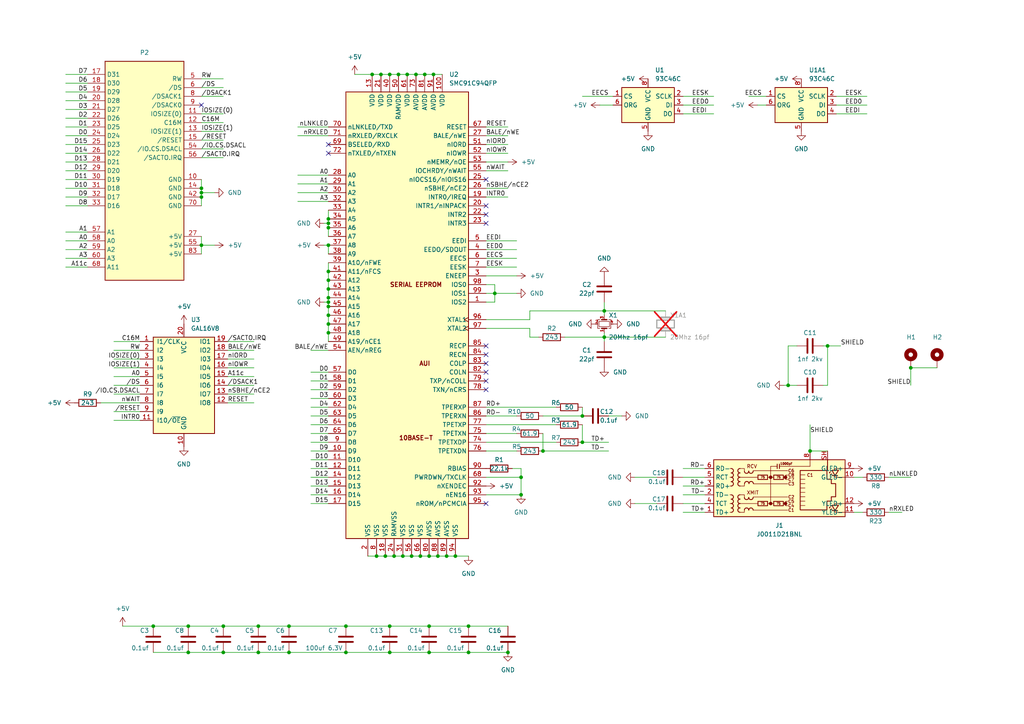
<source format=kicad_sch>
(kicad_sch (version 20231120) (generator "eeschema") (generator_version "8.0")
  (paper "A4")
  (lib_symbols
    (symbol "Device:C" (pin_numbers hide) (pin_names (offset 0.254))
      (property "Reference" "C" (at 0.635 2.54 0))
      (property "Value" "C" (at 0.635 -2.54 0))
      (symbol "C_1_1"
        (pin passive line (at 0 3.81 270) (length 2.794) (name "~") (number "1"))
        (pin passive line (at 0 -3.81 90) (length 2.794) (name "~") (number "2"))
      )
    )
    (symbol "Device:Crystal" (pin_numbers hide) (pin_names (offset 1.016) hide)
      (property "Reference" "Y" (at 0 3.81 0))
      (property "Value" "Crystal" (at 0 -3.81 0))
      (symbol "Crystal_1_1"
        (pin passive line (at -3.81 0 0) (length 1.27) (name "1") (number "1"))
        (pin passive line (at 3.81 0 180) (length 1.27) (name "2") (number "2"))
      )
    )
    (symbol "Device:Crystal_GND24_Small" (pin_names (offset 1.016) hide)
      (property "Reference" "Y" (at 1.27 4.445 0))
      (property "Value" "Crystal_GND24_Small" (at 1.27 2.54 0))
      (symbol "Crystal_GND24_Small_1_1"
        (pin passive line (at -2.54 0 0) (length 1.27) (name "1") (number "1"))
        (pin passive line (at 0 -2.54 90) (length 0.635) (name "2") (number "2"))
        (pin passive line (at 2.54 0 180) (length 1.27) (name "3") (number "3"))
        (pin passive line (at 0 2.54 270) (length 0.635) (name "4") (number "4"))
      )
    )
    (symbol "Device:R" (pin_numbers hide) (pin_names (offset 0))
      (property "Reference" "R" (at 2.032 0 90))
      (property "Value" "R" (at 0 0 90))
      (symbol "R_1_1"
        (pin passive line (at 0 3.81 270) (length 1.27) (name "~") (number "1"))
        (pin passive line (at 0 -3.81 90) (length 1.27) (name "~") (number "2"))
      )
    )
    (symbol "Logic_Programmable:GAL16V8" (pin_names (offset 1.016))
      (property "Reference" "U" (at -8.89 16.51 0))
      (property "Value" "GAL16V8" (at 1.27 16.51 0))
      (symbol "GAL16V8_0_0"
        (pin power_in line (at 0 -17.78 90) (length 3.81) (name "GND") (number "10"))
        (pin power_in line (at 0 17.78 270) (length 3.81) (name "VCC") (number "20"))
      )
      (symbol "GAL16V8_1_1"
        (pin input line (at -12.7 12.7 0) (length 3.81) (name "I1/CLK") (number "1"))
        (pin input line (at -12.7 -10.16 0) (length 3.81) (name "I10/~{OE}") (number "11"))
        (pin tri_state line (at 12.7 -5.08 180) (length 3.81) (name "IO8") (number "12"))
        (pin tri_state line (at 12.7 -2.54 180) (length 3.81) (name "IO7") (number "13"))
        (pin tri_state line (at 12.7 0 180) (length 3.81) (name "IO6") (number "14"))
        (pin tri_state line (at 12.7 2.54 180) (length 3.81) (name "IO5") (number "15"))
        (pin tri_state line (at 12.7 5.08 180) (length 3.81) (name "IO4") (number "16"))
        (pin tri_state line (at 12.7 7.62 180) (length 3.81) (name "I03") (number "17"))
        (pin tri_state line (at 12.7 10.16 180) (length 3.81) (name "IO2") (number "18"))
        (pin tri_state line (at 12.7 12.7 180) (length 3.81) (name "IO1") (number "19"))
        (pin input line (at -12.7 10.16 0) (length 3.81) (name "I2") (number "2"))
        (pin input line (at -12.7 7.62 0) (length 3.81) (name "I3") (number "3"))
        (pin input line (at -12.7 5.08 0) (length 3.81) (name "I4") (number "4"))
        (pin input line (at -12.7 2.54 0) (length 3.81) (name "I5") (number "5"))
        (pin input line (at -12.7 0 0) (length 3.81) (name "I6") (number "6"))
        (pin input line (at -12.7 -2.54 0) (length 3.81) (name "I7") (number "7"))
        (pin input line (at -12.7 -5.08 0) (length 3.81) (name "I8") (number "8"))
        (pin input line (at -12.7 -7.62 0) (length 3.81) (name "I9") (number "9"))
      )
    )
    (symbol "Mechanical:MountingHole_Pad" (pin_numbers hide) (pin_names (offset 1.016) hide)
      (property "Reference" "H" (at 0 6.35 0))
      (property "Value" "MountingHole_Pad" (at 0 4.445 0))
      (symbol "MountingHole_Pad_1_1"
        (pin input line (at 0 -2.54 90) (length 2.54) (name "1") (number "1"))
      )
    )
    (symbol "Memory_EEPROM:93CxxC"
      (property "Reference" "U" (at -7.62 6.35 0))
      (property "Value" "93CxxC" (at 2.54 -6.35 0))
      (symbol "93CxxC_1_1"
        (pin input line (at -10.16 2.54 0) (length 2.54) (name "CS") (number "1"))
        (pin input line (at 10.16 2.54 180) (length 2.54) (name "SCLK") (number "2"))
        (pin input line (at 10.16 0 180) (length 2.54) (name "DI") (number "3"))
        (pin tri_state line (at 10.16 -2.54 180) (length 2.54) (name "DO") (number "4"))
        (pin power_in line (at 0 -7.62 90) (length 2.54) (name "GND") (number "5"))
        (pin input line (at -10.16 0 0) (length 2.54) (name "ORG") (number "6"))
        (pin no_connect line (at -7.62 -2.54 0) (length 2.54) hide (name "NC") (number "7"))
        (pin power_in line (at 0 7.62 270) (length 2.54) (name "VCC") (number "8"))
      )
    )
    (symbol "alxlab:Farallon_EtherMac_LC_Comm_Card_BUS_Apple_Macintosh_Comm_Slot_I"
      (symbol "Farallon_EtherMac_LC_Comm_Card_BUS_Apple_Macintosh_Comm_Slot_I_1_1"
        (pin power_out line (at 16.51 -2.54 180) (length 5.08) (name "GND") (number "10"))
        (pin bidirectional line (at 16.51 16.51 180) (length 5.08) (name "IOSIZE(0)") (number "11"))
        (pin bidirectional line (at 16.51 13.97 180) (length 5.08) (name "C16M") (number "12"))
        (pin bidirectional line (at 16.51 11.43 180) (length 5.08) (name "IOSIZE(1)") (number "13"))
        (pin power_out line (at 16.51 -5.08 180) (length 5.08) (name "GND") (number "14"))
        (pin bidirectional line (at 16.51 8.89 180) (length 5.08) (name "/RESET") (number "15"))
        (pin bidirectional line (at -16.51 27.94 0) (length 5.08) (name "D31") (number "17"))
        (pin bidirectional line (at -16.51 25.4 0) (length 5.08) (name "D30") (number "18"))
        (pin bidirectional line (at -16.51 22.86 0) (length 5.08) (name "D29") (number "19"))
        (pin bidirectional line (at -16.51 20.32 0) (length 5.08) (name "D28") (number "20"))
        (pin bidirectional line (at -16.51 17.78 0) (length 5.08) (name "D27") (number "21"))
        (pin bidirectional line (at -16.51 15.24 0) (length 5.08) (name "D26") (number "22"))
        (pin bidirectional line (at -16.51 12.7 0) (length 5.08) (name "D25") (number "23"))
        (pin bidirectional line (at -16.51 10.16 0) (length 5.08) (name "D24") (number "24"))
        (pin bidirectional line (at -16.51 7.62 0) (length 5.08) (name "D23") (number "25"))
        (pin bidirectional line (at -16.51 5.08 0) (length 5.08) (name "D22") (number "26"))
        (pin power_in line (at 16.51 -19.05 180) (length 5.08) (name "+5V") (number "27"))
        (pin bidirectional line (at -16.51 2.54 0) (length 5.08) (name "D21") (number "28"))
        (pin bidirectional line (at -16.51 0 0) (length 5.08) (name "D20") (number "29"))
        (pin bidirectional line (at -16.51 -2.54 0) (length 5.08) (name "D19") (number "30"))
        (pin bidirectional line (at -16.51 -5.08 0) (length 5.08) (name "D18") (number "31"))
        (pin bidirectional line (at -16.51 -7.62 0) (length 5.08) (name "D17") (number "32"))
        (pin bidirectional line (at -16.51 -10.16 0) (length 5.08) (name "D16") (number "33"))
        (pin power_out line (at 16.51 -7.62 180) (length 5.08) (name "GND") (number "42"))
        (pin bidirectional line (at 16.51 26.67 180) (length 5.08) (name "RW") (number "5"))
        (pin bidirectional line (at 16.51 6.35 180) (length 5.08) (name "/IO.CS.DSACL") (number "54"))
        (pin power_out line (at 16.51 -21.59 180) (length 5.08) (name "+5V") (number "55"))
        (pin bidirectional line (at 16.51 3.81 180) (length 5.08) (name "/SACTO.IRQ") (number "56"))
        (pin bidirectional line (at -16.51 -17.78 0) (length 5.08) (name "A1") (number "57"))
        (pin bidirectional line (at -16.51 -20.32 0) (length 5.08) (name "A0") (number "58"))
        (pin bidirectional line (at -16.51 -22.86 0) (length 5.08) (name "A2") (number "59"))
        (pin bidirectional line (at 16.51 24.13 180) (length 5.08) (name "/DS") (number "6"))
        (pin bidirectional line (at -16.51 -25.4 0) (length 5.08) (name "A3") (number "60"))
        (pin bidirectional line (at -16.51 -27.94 0) (length 5.08) (name "A11") (number "68"))
        (pin power_out line (at 16.51 -10.16 180) (length 5.08) (name "GND") (number "70"))
        (pin bidirectional line (at 16.51 21.59 180) (length 5.08) (name "/DSACK1") (number "8"))
        (pin power_out line (at 16.51 -24.13 180) (length 5.08) (name "+5V") (number "83"))
        (pin bidirectional line (at 16.51 19.05 180) (length 5.08) (name "/DSACK0") (number "9"))
      )
    )
    (symbol "alxlab:RJ45_Pulse_J0011D21xNL"
      (property "Reference" "J" (at 17.145 8.89 0))
      (property "Value" "RJ45_Pulse_J0011D21xNL" (at -20.32 8.89 0))
      (symbol "RJ45_Pulse_J0011D21xNL_0_0"
        (text "C1" (at 3.429 5.715 0) (effects (font (size 0.889 0.889))))
        (text "C1" (at 8.89 -4.445 0) (effects (font (size 0.889 0.889))))
        (text "C2" (at 3.429 1.905 0) (effects (font (size 0.889 0.889))))
        (text "C3" (at 3.429 -1.905 0) (effects (font (size 0.889 0.889))))
        (text "C4" (at 3.429 4.445 0) (effects (font (size 0.889 0.889))))
        (text "C5" (at 3.429 3.175 0) (effects (font (size 0.889 0.889))))
        (text "C6" (at 3.429 -5.715 0) (effects (font (size 0.889 0.889))))
        (text "C7" (at 3.429 -3.175 0) (effects (font (size 0.889 0.889))))
        (text "C8" (at 3.429 -4.445 0) (effects (font (size 0.889 0.889))))
        (text "RCV" (at -9.525 -6.985 0) (effects (font (size 1.016 1.016)) (justify left)))
        (text "XMIT" (at -9.525 0.635 0) (effects (font (size 1.016 1.016)) (justify left)))
      )
      (symbol "RJ45_Pulse_J0011D21xNL_1_0"
        (text "1000pF" (at 2.032 -7.747 0) (effects (font (size 0.635 0.635))))
      )
      (symbol "RJ45_Pulse_J0011D21xNL_1_1"
        (text "75" (at -4.826 -3.81 0) (effects (font (size 0.635 0.635))))
        (text "75" (at -4.826 3.81 0) (effects (font (size 0.635 0.635))))
        (text "75" (at -0.254 -3.81 0) (effects (font (size 0.635 0.635))))
        (text "75" (at -0.254 3.81 0) (effects (font (size 0.635 0.635))))
        (pin passive line (at -21.59 6.35 0) (length 2.54) (name "TD+") (number "1"))
        (pin passive line (at 21.59 -3.81 180) (length 2.54) (name "GLED-") (number "10"))
        (pin passive line (at 21.59 6.35 180) (length 2.54) (name "YLED-") (number "11"))
        (pin passive line (at 21.59 3.81 180) (length 2.54) (name "YLED+") (number "12"))
        (pin passive line (at -21.59 1.27 0) (length 2.54) (name "TD-") (number "2"))
        (pin passive line (at -21.59 -1.27 0) (length 2.54) (name "RD+") (number "3"))
        (pin passive line (at -21.59 3.81 0) (length 2.54) (name "TCT") (number "4"))
        (pin passive line (at -21.59 -3.81 0) (length 2.54) (name "RCT") (number "5"))
        (pin passive line (at -21.59 -6.35 0) (length 2.54) (name "RD-") (number "6"))
        (pin no_connect line (at 19.05 -1.27 0) (length 0) hide (name "NC") (number "7"))
        (pin power_in line (at 8.89 -11.43 90) (length 2.54) (name "") (number "8"))
        (pin passive line (at 21.59 -6.35 180) (length 2.54) (name "GLED+") (number "9"))
        (pin passive line (at 13.97 -11.43 90) (length 2.54) (name "") (number "SH"))
      )
    )
    (symbol "alxlab:SMC91C94QFP"
      (property "Reference" "U" (at -17.78 64.77 0))
      (property "Value" "SMC91C94QFP" (at 12.7 64.77 0))
      (symbol "SMC91C94QFP_0_0"
        (text "10BASE-T" (at 2.54 -36.83 0) (effects (font (size 1.27 1.27) (bold yes))))
        (text "AUI" (at 5.08 -15.24 0) (effects (font (size 1.27 1.27) (bold yes))))
        (text "SERIAL EEPROM" (at 2.54 7.62 0) (effects (font (size 1.27 1.27) (bold yes))))
      )
      (symbol "SMC91C94QFP_1_1"
        (pin input line (at 22.86 2.54 180) (length 5.08) (name "IOS2") (number "1"))
        (pin bidirectional line (at -22.86 -40.64 0) (length 5.08) (name "D9") (number "10"))
        (pin power_in line (at 10.16 68.58 270) (length 5.08) (name "VDD") (number "100"))
        (pin bidirectional line (at -22.86 -43.18 0) (length 5.08) (name "D10") (number "11"))
        (pin bidirectional line (at -22.86 -45.72 0) (length 5.08) (name "D11") (number "12"))
        (pin power_in line (at -10.16 68.58 270) (length 5.08) (name "VDD") (number "13"))
        (pin bidirectional line (at -22.86 -48.26 0) (length 5.08) (name "D12") (number "14"))
        (pin bidirectional line (at -22.86 -50.8 0) (length 5.08) (name "D13") (number "15"))
        (pin bidirectional line (at -22.86 -53.34 0) (length 5.08) (name "D14") (number "16"))
        (pin bidirectional line (at -22.86 -55.88 0) (length 5.08) (name "D15") (number "17"))
        (pin power_in line (at -6.35 -71.12 90) (length 5.08) (name "VSS") (number "18"))
        (pin output line (at 22.86 33.02 180) (length 5.08) (name "INTR0/IREQ") (number "19"))
        (pin power_in line (at -11.43 -71.12 90) (length 5.08) (name "VSS") (number "2"))
        (pin output line (at 22.86 30.48 180) (length 5.08) (name "INTR1/nINPACK") (number "20"))
        (pin power_in line (at -7.62 68.58 270) (length 5.08) (name "VDD") (number "21"))
        (pin output line (at 22.86 27.94 180) (length 5.08) (name "INTR2") (number "22"))
        (pin output line (at 22.86 25.4 180) (length 5.08) (name "INTR3") (number "23"))
        (pin power_in line (at -3.81 -71.12 90) (length 5.08) (name "RAMVSS") (number "24"))
        (pin output line (at 22.86 38.1 180) (length 5.08) (name "nIOCS16/nIOIS16") (number "25"))
        (pin input line (at 22.86 35.56 180) (length 5.08) (name "nSBHE/nCE2") (number "26"))
        (pin input line (at 22.86 50.8 180) (length 5.08) (name "BALE/nWE") (number "27"))
        (pin input line (at -22.86 39.37 0) (length 5.08) (name "A0") (number "28"))
        (pin input line (at -22.86 36.83 0) (length 5.08) (name "A1") (number "29"))
        (pin input line (at 22.86 10.16 180) (length 5.08) (name "ENEEP") (number "3"))
        (pin input line (at -22.86 34.29 0) (length 5.08) (name "A2") (number "30"))
        (pin power_in line (at -1.27 -71.12 90) (length 5.08) (name "VSS") (number "31"))
        (pin input line (at -22.86 31.75 0) (length 5.08) (name "A3") (number "32"))
        (pin input line (at -22.86 29.21 0) (length 5.08) (name "A4") (number "33"))
        (pin input line (at -22.86 26.67 0) (length 5.08) (name "A5") (number "34"))
        (pin input line (at -22.86 24.13 0) (length 5.08) (name "A6") (number "35"))
        (pin input line (at -22.86 21.59 0) (length 5.08) (name "A7") (number "36"))
        (pin input line (at -22.86 19.05 0) (length 5.08) (name "A8") (number "37"))
        (pin input line (at -22.86 16.51 0) (length 5.08) (name "A9") (number "38"))
        (pin bidirectional line (at -22.86 13.97 0) (length 5.08) (name "A10/nFWE") (number "39"))
        (pin output line (at 22.86 17.78 180) (length 5.08) (name "EEDO/SDOUT") (number "4"))
        (pin power_in line (at -5.08 68.58 270) (length 5.08) (name "VDD") (number "40"))
        (pin bidirectional line (at -22.86 11.43 0) (length 5.08) (name "A11/nFCS") (number "41"))
        (pin input line (at -22.86 8.89 0) (length 5.08) (name "A12") (number "42"))
        (pin input line (at -22.86 6.35 0) (length 5.08) (name "A13") (number "43"))
        (pin input line (at -22.86 3.81 0) (length 5.08) (name "A14") (number "44"))
        (pin input line (at -22.86 1.27 0) (length 5.08) (name "A15") (number "45"))
        (pin input line (at -22.86 -1.27 0) (length 5.08) (name "A16") (number "46"))
        (pin input line (at -22.86 -3.81 0) (length 5.08) (name "A17") (number "47"))
        (pin input line (at -22.86 -6.35 0) (length 5.08) (name "A18") (number "48"))
        (pin input line (at -22.86 -8.89 0) (length 5.08) (name "A19/nCE1") (number "49"))
        (pin input line (at 22.86 20.32 180) (length 5.08) (name "EEDI") (number "5"))
        (pin power_in line (at -2.54 68.58 270) (length 5.08) (name "RAMVDD") (number "50"))
        (pin input line (at 22.86 48.26 180) (length 5.08) (name "nIORD") (number "51"))
        (pin input line (at 22.86 45.72 180) (length 5.08) (name "nIOWR") (number "52"))
        (pin input line (at 22.86 43.18 180) (length 5.08) (name "nMEMR/nOE") (number "53"))
        (pin input line (at -22.86 -11.43 0) (length 5.08) (name "AEN/nREG") (number "54"))
        (pin output line (at 22.86 40.64 180) (length 5.08) (name "IOCHRDY/nWAIT") (number "55"))
        (pin power_in line (at 1.27 -71.12 90) (length 5.08) (name "VSS") (number "56"))
        (pin bidirectional line (at -22.86 -17.78 0) (length 5.08) (name "D0") (number "57"))
        (pin bidirectional line (at -22.86 -20.32 0) (length 5.08) (name "D1") (number "58"))
        (pin bidirectional line (at -22.86 -22.86 0) (length 5.08) (name "D2") (number "59"))
        (pin output line (at 22.86 15.24 180) (length 5.08) (name "EECS") (number "6"))
        (pin bidirectional line (at -22.86 -25.4 0) (length 5.08) (name "D3") (number "60"))
        (pin power_in line (at 0 68.58 270) (length 5.08) (name "VDD") (number "61"))
        (pin bidirectional line (at -22.86 -27.94 0) (length 5.08) (name "D4") (number "62"))
        (pin bidirectional line (at -22.86 -30.48 0) (length 5.08) (name "D5") (number "63"))
        (pin bidirectional line (at -22.86 -33.02 0) (length 5.08) (name "D6") (number "64"))
        (pin bidirectional line (at -22.86 -35.56 0) (length 5.08) (name "D7") (number "65"))
        (pin power_in line (at 3.81 -71.12 90) (length 5.08) (name "VSS") (number "66"))
        (pin input line (at 22.86 53.34 180) (length 5.08) (name "RESET") (number "67"))
        (pin input line (at 22.86 -48.26 180) (length 5.08) (name "PWRDWN/TXCLK") (number "68"))
        (pin bidirectional line (at -22.86 48.26 0) (length 5.08) (name "BSELED/RXD") (number "69"))
        (pin output line (at 22.86 12.7 180) (length 5.08) (name "EESK") (number "7"))
        (pin output line (at -22.86 53.34 0) (length 5.08) (name "nLNKLED/TXD") (number "70"))
        (pin bidirectional line (at -22.86 50.8 0) (length 5.08) (name "nRXLED/RXCLK") (number "71"))
        (pin output line (at -22.86 45.72 0) (length 5.08) (name "nTXLED/nTXEN") (number "72"))
        (pin power_in line (at 2.54 68.58 270) (length 5.08) (name "AVDD") (number "73"))
        (pin output line (at 22.86 -38.1 180) (length 5.08) (name "TPETXDP") (number "74"))
        (pin output line (at 22.86 -35.56 180) (length 5.08) (name "TPETXN") (number "75"))
        (pin output line (at 22.86 -40.64 180) (length 5.08) (name "TPETXDN") (number "76"))
        (pin output line (at 22.86 -33.02 180) (length 5.08) (name "TPETXP") (number "77"))
        (pin bidirectional line (at 22.86 -22.86 180) (length 5.08) (name "TXN/nCRS") (number "78"))
        (pin bidirectional line (at 22.86 -20.32 180) (length 5.08) (name "TXP/nCOLL") (number "79"))
        (pin power_in line (at -8.89 -71.12 90) (length 5.08) (name "VSS") (number "8"))
        (pin power_in line (at 6.35 -71.12 90) (length 5.08) (name "AVSS") (number "80"))
        (pin power_in line (at 5.08 68.58 270) (length 5.08) (name "AVDD") (number "81"))
        (pin input line (at 22.86 -17.78 180) (length 5.08) (name "COLN") (number "82"))
        (pin input line (at 22.86 -15.24 180) (length 5.08) (name "COLP") (number "83"))
        (pin input line (at 22.86 -12.7 180) (length 5.08) (name "RECN") (number "84"))
        (pin input line (at 22.86 -10.16 180) (length 5.08) (name "RECP") (number "85"))
        (pin input line (at 22.86 -30.48 180) (length 5.08) (name "TPERXN") (number "86"))
        (pin input line (at 22.86 -27.94 180) (length 5.08) (name "TPERXP") (number "87"))
        (pin bidirectional line (at 8.89 -71.12 90) (length 5.08) (name "AVSS") (number "88"))
        (pin power_in line (at 11.43 -71.12 90) (length 5.08) (name "AVSS") (number "89"))
        (pin bidirectional line (at -22.86 -38.1 0) (length 5.08) (name "D8") (number "9"))
        (pin power_in line (at 22.86 -45.72 180) (length 5.08) (name "RBIAS") (number "90"))
        (pin power_in line (at 7.62 68.58 270) (length 5.08) (name "AVDD") (number "91"))
        (pin input line (at 22.86 -50.8 180) (length 5.08) (name "nXENDEC") (number "92"))
        (pin input line (at 22.86 -53.34 180) (length 5.08) (name "nEN16") (number "93"))
        (pin power_in line (at 13.97 -71.12 90) (length 5.08) (name "VSS") (number "94"))
        (pin bidirectional line (at 22.86 -55.88 180) (length 5.08) (name "nROM/nPCMCIA") (number "95"))
        (pin input clock (at 22.86 -2.54 180) (length 5.08) (name "XTAL1") (number "96"))
        (pin input clock (at 22.86 -5.08 180) (length 5.08) (name "XTAL2") (number "97"))
        (pin input line (at 22.86 7.62 180) (length 5.08) (name "IOS0") (number "98"))
        (pin input line (at 22.86 5.08 180) (length 5.08) (name "IOS1") (number "99"))
      )
    )
    (symbol "power:+5V" (power) (pin_names (offset 0))
      (property "Value" "+5V" (at 0 3.556 0))
      (symbol "+5V_1_1"
        (pin power_in line (at 0 0 90) (length 0) hide (name "+5V") (number "1"))
      )
    )
    (symbol "power:GND" (power) (pin_names (offset 0))
      (property "Value" "GND" (at 0 -3.81 0))
      (symbol "GND_1_1"
        (pin power_in line (at 0 0 270) (length 0) hide (name "GND") (number "1"))
      )
    )
  )
  (junction (at 132.08 161.29))
  (junction (at 95.25 71.12))
  (junction (at 157.48 130.81))
  (junction (at 95.25 78.74))
  (junction (at 129.54 161.29))
  (junction (at 135.89 181.61))
  (junction (at 234.95 130.81))
  (junction (at 95.25 66.04))
  (junction (at 95.25 86.36))
  (junction (at 111.76 161.29))
  (junction (at 107.95 21.59))
  (junction (at 44.45 181.61))
  (junction (at 54.61 189.23))
  (junction (at 127 161.29))
  (junction (at 124.46 189.23))
  (junction (at 115.57 21.59))
  (junction (at 264.16 106.68))
  (junction (at 135.89 189.23))
  (junction (at 116.84 161.29))
  (junction (at 175.26 97.79))
  (junction (at 83.82 181.61))
  (junction (at 95.25 64.77))
  (junction (at 168.91 120.65))
  (junction (at 118.11 21.59))
  (junction (at 109.22 161.29))
  (junction (at 58.42 55.88))
  (junction (at 175.26 90.17))
  (junction (at 114.3 161.29))
  (junction (at 95.25 96.52))
  (junction (at 95.25 87.63))
  (junction (at 58.42 57.15))
  (junction (at 110.49 21.59))
  (junction (at 100.33 181.61))
  (junction (at 58.42 54.61))
  (junction (at 64.77 189.23))
  (junction (at 151.13 138.43))
  (junction (at 124.46 181.61))
  (junction (at 95.25 91.44))
  (junction (at 125.73 21.59))
  (junction (at 120.65 21.59))
  (junction (at 95.25 83.82))
  (junction (at 95.25 81.28))
  (junction (at 143.51 85.09))
  (junction (at 95.25 93.98))
  (junction (at 64.77 181.61))
  (junction (at 113.03 21.59))
  (junction (at 83.82 189.23))
  (junction (at 100.33 189.23))
  (junction (at 95.25 63.5))
  (junction (at 74.93 189.23))
  (junction (at 95.25 88.9))
  (junction (at 54.61 181.61))
  (junction (at 74.93 181.61))
  (junction (at 119.38 161.29))
  (junction (at 123.19 21.59))
  (junction (at 124.46 161.29))
  (junction (at 151.13 143.51))
  (junction (at 113.03 181.61))
  (junction (at 113.03 189.23))
  (junction (at 240.03 100.33))
  (junction (at 121.92 161.29))
  (junction (at 228.6 111.76))
  (junction (at 58.42 71.12))
  (junction (at 147.32 189.23))
  (junction (at 168.91 128.27))
  (no_connect (at 140.97 100.33))
  (no_connect (at 140.97 110.49))
  (no_connect (at 140.97 102.87))
  (no_connect (at 140.97 59.69))
  (no_connect (at 140.97 113.03))
  (no_connect (at 140.97 105.41))
  (no_connect (at 58.42 30.48))
  (no_connect (at 95.25 41.91))
  (no_connect (at 140.97 64.77))
  (no_connect (at 140.97 107.95))
  (no_connect (at 95.25 44.45))
  (no_connect (at 140.97 146.05))
  (no_connect (at 140.97 62.23))
  (no_connect (at 140.97 52.07))
  (wire (pts (xy 115.57 21.59) (xy 118.11 21.59)))
  (wire (pts (xy 143.51 85.09) (xy 140.97 85.09)))
  (wire (pts (xy 156.21 97.79) (xy 153.67 97.79)))
  (wire (pts (xy 19.05 36.83) (xy 25.4 36.83)))
  (wire (pts (xy 228.6 111.76) (xy 231.14 111.76)))
  (wire (pts (xy 153.67 97.79) (xy 153.67 95.25)))
  (wire (pts (xy 40.64 116.84) (xy 29.21 116.84)))
  (wire (pts (xy 86.36 55.88) (xy 95.25 55.88)))
  (wire (pts (xy 95.25 87.63) (xy 95.25 88.9)))
  (wire (pts (xy 100.33 181.61) (xy 113.03 181.61)))
  (wire (pts (xy 198.12 33.02) (xy 207.01 33.02)))
  (wire (pts (xy 153.67 92.71) (xy 140.97 92.71)))
  (wire (pts (xy 198.12 30.48) (xy 207.01 30.48)))
  (wire (pts (xy 95.25 66.04) (xy 95.25 68.58)))
  (wire (pts (xy 44.45 181.61) (xy 54.61 181.61)))
  (wire (pts (xy 95.25 86.36) (xy 95.25 87.63)))
  (wire (pts (xy 140.97 87.63) (xy 143.51 87.63)))
  (wire (pts (xy 86.36 53.34) (xy 95.25 53.34)))
  (wire (pts (xy 90.17 133.35) (xy 95.25 133.35)))
  (wire (pts (xy 124.46 161.29) (xy 127 161.29)))
  (wire (pts (xy 58.42 55.88) (xy 62.23 55.88)))
  (wire (pts (xy 95.25 73.66) (xy 95.25 71.12)))
  (wire (pts (xy 198.12 143.51) (xy 204.47 143.51)))
  (wire (pts (xy 19.05 69.85) (xy 25.4 69.85)))
  (wire (pts (xy 157.48 125.73) (xy 157.48 130.81)))
  (wire (pts (xy 35.56 181.61) (xy 44.45 181.61)))
  (wire (pts (xy 90.17 138.43) (xy 95.25 138.43)))
  (wire (pts (xy 58.42 33.02) (xy 64.77 33.02)))
  (wire (pts (xy 95.25 88.9) (xy 95.25 91.44)))
  (wire (pts (xy 33.02 101.6) (xy 40.64 101.6)))
  (wire (pts (xy 66.04 114.3) (xy 73.66 114.3)))
  (wire (pts (xy 153.67 95.25) (xy 140.97 95.25)))
  (wire (pts (xy 113.03 181.61) (xy 124.46 181.61)))
  (wire (pts (xy 114.3 161.29) (xy 116.84 161.29)))
  (wire (pts (xy 66.04 106.68) (xy 73.66 106.68)))
  (wire (pts (xy 66.04 109.22) (xy 73.66 109.22)))
  (wire (pts (xy 58.42 71.12) (xy 62.23 71.12)))
  (wire (pts (xy 140.97 123.19) (xy 161.29 123.19)))
  (wire (pts (xy 113.03 21.59) (xy 115.57 21.59)))
  (wire (pts (xy 86.36 39.37) (xy 95.25 39.37)))
  (wire (pts (xy 64.77 27.94) (xy 58.42 27.94)))
  (wire (pts (xy 111.76 161.29) (xy 114.3 161.29)))
  (wire (pts (xy 33.02 106.68) (xy 40.64 106.68)))
  (wire (pts (xy 132.08 161.29) (xy 135.89 161.29)))
  (wire (pts (xy 140.97 82.55) (xy 143.51 82.55)))
  (wire (pts (xy 240.03 100.33) (xy 243.84 100.33)))
  (wire (pts (xy 175.26 97.79) (xy 193.04 97.79)))
  (wire (pts (xy 140.97 77.47) (xy 149.86 77.47)))
  (wire (pts (xy 140.97 80.01) (xy 149.86 80.01)))
  (wire (pts (xy 140.97 36.83) (xy 147.32 36.83)))
  (wire (pts (xy 58.42 54.61) (xy 58.42 55.88)))
  (wire (pts (xy 19.05 67.31) (xy 25.4 67.31)))
  (wire (pts (xy 58.42 22.86) (xy 64.77 22.86)))
  (wire (pts (xy 163.83 97.79) (xy 175.26 97.79)))
  (wire (pts (xy 86.36 36.83) (xy 95.25 36.83)))
  (wire (pts (xy 257.81 138.43) (xy 264.16 138.43)))
  (wire (pts (xy 168.91 120.65) (xy 168.91 118.11)))
  (wire (pts (xy 33.02 119.38) (xy 40.64 119.38)))
  (wire (pts (xy 227.33 111.76) (xy 228.6 111.76)))
  (wire (pts (xy 58.42 57.15) (xy 58.42 59.69)))
  (wire (pts (xy 140.97 72.39) (xy 149.86 72.39)))
  (wire (pts (xy 140.97 143.51) (xy 151.13 143.51)))
  (wire (pts (xy 107.95 21.59) (xy 110.49 21.59)))
  (wire (pts (xy 124.46 181.61) (xy 135.89 181.61)))
  (wire (pts (xy 44.45 189.23) (xy 54.61 189.23)))
  (wire (pts (xy 19.05 39.37) (xy 25.4 39.37)))
  (wire (pts (xy 33.02 111.76) (xy 40.64 111.76)))
  (wire (pts (xy 106.68 161.29) (xy 109.22 161.29)))
  (wire (pts (xy 58.42 52.07) (xy 58.42 54.61)))
  (wire (pts (xy 173.99 30.48) (xy 177.8 30.48)))
  (wire (pts (xy 90.17 146.05) (xy 95.25 146.05)))
  (wire (pts (xy 143.51 87.63) (xy 143.51 85.09)))
  (wire (pts (xy 190.5 138.43) (xy 184.15 138.43)))
  (wire (pts (xy 33.02 99.06) (xy 40.64 99.06)))
  (wire (pts (xy 19.05 21.59) (xy 25.4 21.59)))
  (wire (pts (xy 58.42 45.72) (xy 64.77 45.72)))
  (wire (pts (xy 19.05 74.93) (xy 25.4 74.93)))
  (wire (pts (xy 140.97 138.43) (xy 151.13 138.43)))
  (wire (pts (xy 175.26 96.52) (xy 175.26 97.79)))
  (wire (pts (xy 90.17 130.81) (xy 95.25 130.81)))
  (wire (pts (xy 90.17 115.57) (xy 95.25 115.57)))
  (wire (pts (xy 90.17 101.6) (xy 95.25 101.6)))
  (wire (pts (xy 33.02 104.14) (xy 40.64 104.14)))
  (wire (pts (xy 219.71 30.48) (xy 222.25 30.48)))
  (wire (pts (xy 66.04 101.6) (xy 73.66 101.6)))
  (wire (pts (xy 140.97 54.61) (xy 147.32 54.61)))
  (wire (pts (xy 90.17 120.65) (xy 95.25 120.65)))
  (wire (pts (xy 140.97 39.37) (xy 147.32 39.37)))
  (wire (pts (xy 140.97 57.15) (xy 147.32 57.15)))
  (wire (pts (xy 140.97 118.11) (xy 161.29 118.11)))
  (wire (pts (xy 95.25 63.5) (xy 95.25 64.77)))
  (wire (pts (xy 58.42 25.4) (xy 64.77 25.4)))
  (wire (pts (xy 102.87 21.59) (xy 107.95 21.59)))
  (wire (pts (xy 95.25 76.2) (xy 95.25 78.74)))
  (wire (pts (xy 135.89 189.23) (xy 147.32 189.23)))
  (wire (pts (xy 264.16 106.68) (xy 264.16 111.76)))
  (wire (pts (xy 264.16 106.68) (xy 271.78 106.68)))
  (wire (pts (xy 118.11 21.59) (xy 120.65 21.59)))
  (wire (pts (xy 157.48 120.65) (xy 168.91 120.65)))
  (wire (pts (xy 95.25 83.82) (xy 95.25 86.36)))
  (wire (pts (xy 261.62 148.59) (xy 257.81 148.59)))
  (wire (pts (xy 140.97 69.85) (xy 149.86 69.85)))
  (wire (pts (xy 140.97 128.27) (xy 161.29 128.27)))
  (wire (pts (xy 242.57 27.94) (xy 251.46 27.94)))
  (wire (pts (xy 168.91 27.94) (xy 177.8 27.94)))
  (wire (pts (xy 240.03 111.76) (xy 240.03 100.33)))
  (wire (pts (xy 33.02 114.3) (xy 40.64 114.3)))
  (wire (pts (xy 33.02 109.22) (xy 40.64 109.22)))
  (wire (pts (xy 58.42 38.1) (xy 64.77 38.1)))
  (wire (pts (xy 19.05 57.15) (xy 25.4 57.15)))
  (wire (pts (xy 54.61 189.23) (xy 64.77 189.23)))
  (wire (pts (xy 74.93 189.23) (xy 83.82 189.23)))
  (wire (pts (xy 140.97 49.53) (xy 147.32 49.53)))
  (wire (pts (xy 124.46 189.23) (xy 135.89 189.23)))
  (wire (pts (xy 228.6 111.76) (xy 228.6 100.33)))
  (wire (pts (xy 135.89 181.61) (xy 147.32 181.61)))
  (wire (pts (xy 90.17 107.95) (xy 95.25 107.95)))
  (wire (pts (xy 198.12 27.94) (xy 207.01 27.94)))
  (wire (pts (xy 120.65 21.59) (xy 123.19 21.59)))
  (wire (pts (xy 190.5 146.05) (xy 184.15 146.05)))
  (wire (pts (xy 19.05 31.75) (xy 25.4 31.75)))
  (wire (pts (xy 90.17 123.19) (xy 95.25 123.19)))
  (wire (pts (xy 19.05 26.67) (xy 25.4 26.67)))
  (wire (pts (xy 157.48 130.81) (xy 176.53 130.81)))
  (wire (pts (xy 198.12 146.05) (xy 204.47 146.05)))
  (wire (pts (xy 95.25 81.28) (xy 95.25 83.82)))
  (wire (pts (xy 86.36 58.42) (xy 95.25 58.42)))
  (wire (pts (xy 127 161.29) (xy 129.54 161.29)))
  (wire (pts (xy 175.26 87.63) (xy 175.26 90.17)))
  (wire (pts (xy 19.05 72.39) (xy 25.4 72.39)))
  (wire (pts (xy 153.67 92.71) (xy 153.67 90.17)))
  (wire (pts (xy 64.77 189.23) (xy 74.93 189.23)))
  (wire (pts (xy 19.05 54.61) (xy 25.4 54.61)))
  (wire (pts (xy 153.67 90.17) (xy 175.26 90.17)))
  (wire (pts (xy 58.42 71.12) (xy 58.42 73.66)))
  (wire (pts (xy 95.25 96.52) (xy 95.25 99.06)))
  (wire (pts (xy 250.19 148.59) (xy 247.65 148.59)))
  (wire (pts (xy 19.05 59.69) (xy 25.4 59.69)))
  (wire (pts (xy 123.19 21.59) (xy 125.73 21.59)))
  (wire (pts (xy 121.92 161.29) (xy 124.46 161.29)))
  (wire (pts (xy 90.17 135.89) (xy 95.25 135.89)))
  (wire (pts (xy 168.91 123.19) (xy 168.91 128.27)))
  (wire (pts (xy 175.26 90.17) (xy 193.04 90.17)))
  (wire (pts (xy 110.49 21.59) (xy 113.03 21.59)))
  (wire (pts (xy 140.97 74.93) (xy 149.86 74.93)))
  (wire (pts (xy 100.33 189.23) (xy 113.03 189.23)))
  (wire (pts (xy 143.51 82.55) (xy 143.51 85.09)))
  (wire (pts (xy 234.95 123.19) (xy 234.95 130.81)))
  (wire (pts (xy 19.05 44.45) (xy 25.4 44.45)))
  (wire (pts (xy 95.25 64.77) (xy 95.25 66.04)))
  (wire (pts (xy 168.91 128.27) (xy 176.53 128.27)))
  (wire (pts (xy 19.05 46.99) (xy 25.4 46.99)))
  (wire (pts (xy 58.42 68.58) (xy 58.42 71.12)))
  (wire (pts (xy 19.05 29.21) (xy 25.4 29.21)))
  (wire (pts (xy 19.05 24.13) (xy 25.4 24.13)))
  (wire (pts (xy 242.57 33.02) (xy 251.46 33.02)))
  (wire (pts (xy 19.05 49.53) (xy 25.4 49.53)))
  (wire (pts (xy 93.98 87.63) (xy 95.25 87.63)))
  (wire (pts (xy 83.82 189.23) (xy 100.33 189.23)))
  (wire (pts (xy 119.38 161.29) (xy 121.92 161.29)))
  (wire (pts (xy 247.65 138.43) (xy 250.19 138.43)))
  (wire (pts (xy 19.05 34.29) (xy 25.4 34.29)))
  (wire (pts (xy 151.13 135.89) (xy 148.59 135.89)))
  (wire (pts (xy 217.17 27.94) (xy 222.25 27.94)))
  (wire (pts (xy 95.25 78.74) (xy 95.25 81.28)))
  (wire (pts (xy 90.17 110.49) (xy 95.25 110.49)))
  (wire (pts (xy 175.26 90.17) (xy 175.26 91.44)))
  (wire (pts (xy 95.25 91.44) (xy 95.25 93.98)))
  (wire (pts (xy 140.97 44.45) (xy 147.32 44.45)))
  (wire (pts (xy 198.12 135.89) (xy 204.47 135.89)))
  (wire (pts (xy 151.13 135.89) (xy 151.13 138.43)))
  (wire (pts (xy 198.12 148.59) (xy 204.47 148.59)))
  (wire (pts (xy 140.97 125.73) (xy 149.86 125.73)))
  (wire (pts (xy 140.97 130.81) (xy 149.86 130.81)))
  (wire (pts (xy 58.42 43.18) (xy 64.77 43.18)))
  (wire (pts (xy 116.84 161.29) (xy 119.38 161.29)))
  (wire (pts (xy 143.51 85.09) (xy 149.86 85.09)))
  (wire (pts (xy 58.42 40.64) (xy 64.77 40.64)))
  (wire (pts (xy 74.93 181.61) (xy 83.82 181.61)))
  (wire (pts (xy 95.25 93.98) (xy 95.25 96.52)))
  (wire (pts (xy 66.04 116.84) (xy 73.66 116.84)))
  (wire (pts (xy 147.32 46.99) (xy 140.97 46.99)))
  (wire (pts (xy 240.03 130.81) (xy 234.95 130.81)))
  (wire (pts (xy 90.17 125.73) (xy 95.25 125.73)))
  (wire (pts (xy 151.13 138.43) (xy 151.13 143.51)))
  (wire (pts (xy 198.12 140.97) (xy 204.47 140.97)))
  (wire (pts (xy 175.26 97.79) (xy 175.26 99.06)))
  (wire (pts (xy 66.04 111.76) (xy 73.66 111.76)))
  (wire (pts (xy 125.73 21.59) (xy 128.27 21.59)))
  (wire (pts (xy 176.53 120.65) (xy 180.34 120.65)))
  (wire (pts (xy 86.36 50.8) (xy 95.25 50.8)))
  (wire (pts (xy 129.54 161.29) (xy 132.08 161.29)))
  (wire (pts (xy 66.04 99.06) (xy 73.66 99.06)))
  (wire (pts (xy 19.05 77.47) (xy 25.4 77.47)))
  (wire (pts (xy 90.17 113.03) (xy 95.25 113.03)))
  (wire (pts (xy 64.77 181.61) (xy 74.93 181.61)))
  (wire (pts (xy 240.03 100.33) (xy 238.76 100.33)))
  (wire (pts (xy 33.02 121.92) (xy 40.64 121.92)))
  (wire (pts (xy 54.61 181.61) (xy 64.77 181.61)))
  (wire (pts (xy 140.97 120.65) (xy 149.86 120.65)))
  (wire (pts (xy 90.17 118.11) (xy 95.25 118.11)))
  (wire (pts (xy 140.97 41.91) (xy 147.32 41.91)))
  (wire (pts (xy 58.42 55.88) (xy 58.42 57.15)))
  (wire (pts (xy 93.98 71.12) (xy 95.25 71.12)))
  (wire (pts (xy 90.17 140.97) (xy 95.25 140.97)))
  (wire (pts (xy 19.05 52.07) (xy 25.4 52.07)))
  (wire (pts (xy 66.04 104.14) (xy 73.66 104.14)))
  (wire (pts (xy 113.03 189.23) (xy 124.46 189.23)))
  (wire (pts (xy 19.05 41.91) (xy 25.4 41.91)))
  (wire (pts (xy 95.25 60.96) (xy 95.25 63.5)))
  (wire (pts (xy 109.22 161.29) (xy 111.76 161.29)))
  (wire (pts (xy 242.57 30.48) (xy 251.46 30.48)))
  (wire (pts (xy 83.82 181.61) (xy 100.33 181.61)))
  (wire (pts (xy 90.17 128.27) (xy 95.25 128.27)))
  (wire (pts (xy 93.98 64.77) (xy 95.25 64.77)))
  (wire (pts (xy 90.17 143.51) (xy 95.25 143.51)))
  (wire (pts (xy 198.12 138.43) (xy 204.47 138.43)))
  (wire (pts (xy 240.03 111.76) (xy 238.76 111.76)))
  (wire (pts (xy 228.6 100.33) (xy 231.14 100.33)))
  (wire (pts (xy 58.42 35.56) (xy 64.77 35.56)))
  (label "EESK" (at 140.97 77.47 0))
  (label "A11c" (at 66.04 109.22 0))
  (label "D10" (at 95.25 133.35 180))
  (label "D14" (at 95.25 143.51 180))
  (label "TD-" (at 171.45 130.81 0))
  (label "EED0" (at 200.66 30.48 0))
  (label "EECS" (at 140.97 74.93 0))
  (label "nWAIT" (at 140.97 49.53 0))
  (label "INTR0" (at 140.97 57.15 0))
  (label "D5" (at 95.25 120.65 180))
  (label "EEDI" (at 245.11 33.02 0))
  (label "RW" (at 40.64 101.6 180))
  (label "SHIELD" (at 264.16 111.76 180))
  (label "A1" (at 95.25 53.34 180))
  (label "EEDI" (at 140.97 69.85 0))
  (label "EESK" (at 200.66 27.94 0))
  (label "{slash}IO.CS.DSACL" (at 40.64 114.3 180))
  (label "nSBHE{slash}nCE2" (at 140.97 54.61 0))
  (label "D2" (at 95.25 113.03 180))
  (label "D7" (at 95.25 125.73 180))
  (label "BALE{slash}nWE" (at 66.04 101.6 0))
  (label "SHIELD" (at 243.84 100.33 0))
  (label "nLNKLED" (at 257.81 138.43 0))
  (label "RD-" (at 140.97 120.65 0))
  (label "SHIELD" (at 234.95 125.73 0))
  (label "D12" (at 95.25 138.43 180))
  (label "A11c" (at 25.4 77.47 180))
  (label "D0" (at 25.4 39.37 180))
  (label "IOSIZE(0)" (at 58.42 33.02 0))
  (label "D3" (at 25.4 31.75 180))
  (label "{slash}RESET" (at 58.42 40.64 0))
  (label "{slash}SACTO.IRQ" (at 58.42 45.72 0))
  (label "EED0" (at 245.11 30.48 0))
  (label "RD+" (at 204.47 140.97 180))
  (label "EEDI" (at 200.66 33.02 0))
  (label "BALE{slash}nWE" (at 140.97 39.37 0))
  (label "RESET" (at 66.04 116.84 0))
  (label "INTR0" (at 40.64 121.92 180))
  (label "IOSIZE(1)" (at 58.42 38.1 0))
  (label "A0" (at 95.25 50.8 180))
  (label "{slash}DS" (at 58.42 25.4 0))
  (label "A2" (at 95.25 55.88 180))
  (label "{slash}IO.CS.DSACL" (at 58.42 43.18 0))
  (label "{slash}SACTO.IRQ" (at 66.04 99.06 0))
  (label "nIORD" (at 66.04 104.14 0))
  (label "D6" (at 25.4 24.13 180))
  (label "A1" (at 25.4 67.31 180))
  (label "A3" (at 95.25 58.42 180))
  (label "D1" (at 25.4 36.83 180))
  (label "C16M" (at 58.42 35.56 0))
  (label "D9" (at 95.25 130.81 180))
  (label "RW" (at 58.42 22.86 0))
  (label "{slash}DS" (at 40.64 111.76 180))
  (label "D12" (at 25.4 49.53 180))
  (label "D13" (at 25.4 46.99 180))
  (label "A2" (at 25.4 72.39 180))
  (label "D7" (at 25.4 21.59 180))
  (label "D15" (at 95.25 146.05 180))
  (label "TD+" (at 171.45 128.27 0))
  (label "A3" (at 25.4 74.93 180))
  (label "nLNKLED" (at 95.25 36.83 180))
  (label "D4" (at 25.4 29.21 180))
  (label "A0" (at 40.64 109.22 180))
  (label "D3" (at 95.25 115.57 180))
  (label "D13" (at 95.25 140.97 180))
  (label "A0" (at 25.4 69.85 180))
  (label "D10" (at 25.4 54.61 180))
  (label "EED0" (at 140.97 72.39 0))
  (label "D8" (at 25.4 59.69 180))
  (label "RD+" (at 140.97 118.11 0))
  (label "IOSIZE(0)" (at 40.64 104.14 180))
  (label "D6" (at 95.25 123.19 180))
  (label "nRXLED" (at 257.81 148.59 0))
  (label "{slash}DSACK1" (at 58.42 27.94 0))
  (label "D14" (at 25.4 44.45 180))
  (label "D2" (at 25.4 34.29 180))
  (label "D9" (at 25.4 57.15 180))
  (label "nIOWR" (at 66.04 106.68 0))
  (label "nIORD" (at 140.97 41.91 0))
  (label "D0" (at 95.25 107.95 180))
  (label "nRXLED" (at 95.25 39.37 180))
  (label "D8" (at 95.25 128.27 180))
  (label "EECS" (at 220.98 27.94 180))
  (label "RD-" (at 204.47 135.89 180))
  (label "EESK" (at 245.11 27.94 0))
  (label "TD-" (at 204.47 143.51 180))
  (label "nSBHE{slash}nCE2" (at 66.04 114.3 0))
  (label "RESET" (at 140.97 36.83 0))
  (label "TD+" (at 204.47 148.59 180))
  (label "C16M" (at 40.64 99.06 180))
  (label "D4" (at 95.25 118.11 180))
  (label "IOSIZE(1)" (at 40.64 106.68 180))
  (label "BALE{slash}nWE" (at 95.25 101.6 180))
  (label "nIOWR" (at 140.97 44.45 0))
  (label "D15" (at 25.4 41.91 180))
  (label "{slash}RESET" (at 40.64 119.38 180))
  (label "{slash}DSACK1" (at 66.04 111.76 0))
  (label "D11" (at 95.25 135.89 180))
  (label "EECS" (at 176.53 27.94 180))
  (label "D5" (at 25.4 26.67 180))
  (label "D1" (at 95.25 110.49 180))
  (label "D11" (at 25.4 52.07 180))
  (label "nWAIT" (at 40.64 116.84 180))
  (symbol (lib_id "Device:Crystal_GND24_Small") (at 175.26 93.98 270) (mirror x) (unit 1)
    (property "Reference" "X1" (at 176.53 91.44 90) (effects (justify left)))
    (property "Value" "20Mhz 16pf" (at 176.53 97.79 90) (effects (justify left)))
    (property "Footprint" "Crystal:Crystal_SMD_3225-4Pin_3.2x2.5mm_HandSoldering" (effects (hide yes)))
    (property "LCSC" "C2848211" (effects (hide yes)))
  )
  (symbol (lib_id "Device:C") (at 172.72 120.65 90) (unit 1)
    (property "Reference" "C12" (at 173.99 119.38 90) (effects (justify right)))
    (property "Value" "0.1uf" (at 176.53 121.92 90))
    (property "Footprint" "alxlab:Farallon_C_0603_1608Metric_Pad1.10x1.20mm_HandSolder" (effects (hide yes)))
    (property "LCSC" "C14663" (effects (hide yes)))
  )
  (symbol (lib_id "power:GND") (at 177.8 93.98 90) (unit 1)
    (property "Reference" "#PWR036" (effects (hide yes)))
    (property "Value" "GND" (at 181.61 93.9799 90) (effects (justify right)))
  )
  (symbol (lib_id "power:GND") (at 53.34 129.54 0) (unit 1)
    (property "Reference" "#PWR0107" (effects (hide yes)))
    (property "Value" "GND" (at 53.34 134.62 0))
  )
  (symbol (lib_id "Mechanical:MountingHole_Pad") (at 264.16 104.14 0) (unit 1) (in_bom no)
    (property "Reference" "H1" (at 262.89 97.79 0) (effects (justify left)))
    (property "Value" "MountingHole_Pad" (effects (hide yes)))
    (property "Footprint" "MountingHole:MountingHole_3.2mm_M3_ISO7380_Pad_TopBottom" (effects (hide yes)))
  )
  (symbol (lib_id "power:+5V") (at 149.86 80.01 270) (unit 1)
    (property "Reference" "#PWR01" (effects (hide yes)))
    (property "Value" "+5V" (at 153.67 80.01 90) (effects (justify left)))
  )
  (symbol (lib_id "power:GND") (at 149.86 85.09 90) (unit 1)
    (property "Reference" "#PWR0105" (effects (hide yes)))
    (property "Value" "GND" (at 153.67 85.0899 90) (effects (justify right)))
  )
  (symbol (lib_id "Device:C") (at 74.93 185.42 180) (unit 1)
    (property "Reference" "C5" (at 72.39 182.88 0))
    (property "Value" "0.1uf" (at 71.12 187.96 0))
    (property "Footprint" "alxlab:Farallon_C_0603_1608Metric_Pad1.10x1.20mm_HandSolder" (effects (hide yes)))
    (property "LCSC" "C14663" (effects (hide yes)))
  )
  (symbol (lib_id "Device:C") (at 194.31 138.43 270) (mirror x) (unit 1)
    (property "Reference" "C18" (at 193.04 137.16 90) (effects (justify right)))
    (property "Value" "0.1uf" (at 190.5 139.7 90))
    (property "Footprint" "alxlab:Farallon_C_0603_1608Metric_Pad1.10x1.20mm_HandSolder" (effects (hide yes)))
    (property "LCSC" "C14663" (effects (hide yes)))
  )
  (symbol (lib_id "power:+5V") (at 35.56 181.61 0) (unit 1)
    (property "Reference" "#PWR0103" (effects (hide yes)))
    (property "Value" "+5V" (at 35.56 176.53 0))
  )
  (symbol (lib_id "Device:R") (at 165.1 123.19 270) (unit 1)
    (property "Reference" "R3" (at 162.56 121.92 90) (effects (justify right)))
    (property "Value" "61.9" (at 165.1 123.19 90))
    (property "Footprint" "alxlab:Farallon_R_0805_2012Metric_Pad1.40x1.40mm_HandSolder" (effects (hide yes)))
    (property "LCSC" "C322537" (effects (hide yes)))
  )
  (symbol (lib_id "Memory_EEPROM:93CxxC") (at 187.96 30.48 0) (unit 1) (in_bom no) (on_board no)
    (property "Reference" "U1" (at 189.9794 20.32 0) (effects (justify left)))
    (property "Value" "93C46C" (at 189.9794 22.86 0) (effects (justify left)))
    (property "Footprint" "alxlab:Farallon_SOIC-8_3.9x4.9mm_P1.27mm" (effects (hide yes)))
    (property "Datasheet" "http://ww1.microchip.com/downloads/en/DeviceDoc/20001749K.pdf" (effects (hide yes)))
  )
  (symbol (lib_id "power:GND") (at 184.15 138.43 270) (unit 1)
    (property "Reference" "#PWR016" (effects (hide yes)))
    (property "Value" "GND" (at 180.34 138.43 90) (effects (justify right)))
  )
  (symbol (lib_id "power:GND") (at 180.34 120.65 90) (mirror x) (unit 1)
    (property "Reference" "#PWR015" (effects (hide yes)))
    (property "Value" "GND" (at 184.15 120.65 90) (effects (justify right)))
  )
  (symbol (lib_id "Device:C") (at 54.61 185.42 180) (unit 1)
    (property "Reference" "C8" (at 52.07 182.88 0))
    (property "Value" "0.1uf" (at 50.8 187.96 0))
    (property "Footprint" "alxlab:Farallon_C_0603_1608Metric_Pad1.10x1.20mm_HandSolder" (effects (hide yes)))
    (property "LCSC" "C14663" (effects (hide yes)))
  )
  (symbol (lib_id "power:GND") (at 151.13 143.51 0) (unit 1)
    (property "Reference" "#PWR0110" (effects (hide yes)))
    (property "Value" "GND" (at 151.13 148.59 0))
  )
  (symbol (lib_id "power:+5V") (at 53.34 93.98 0) (unit 1)
    (property "Reference" "#PWR0106" (effects (hide yes)))
    (property "Value" "+5V" (at 53.34 88.9 0))
  )
  (symbol (lib_id "power:+5V") (at 232.41 22.86 90) (unit 1)
    (property "Reference" "#PWR012" (effects (hide yes)))
    (property "Value" "+5V" (at 228.6 22.86 90) (effects (justify left)))
  )
  (symbol (lib_id "Device:C") (at 234.95 100.33 270) (mirror x) (unit 1)
    (property "Reference" "C11" (at 234.95 96.52 90))
    (property "Value" "1nf 2kv" (at 234.95 104.14 90))
    (property "Footprint" "alxlab:Farallon_C_1206_3216Metric_Pad1.65x1.80mm_HandSolder" (effects (hide yes)))
    (property "LCSC" "C9196" (effects (hide yes)))
  )
  (symbol (lib_id "power:GND") (at 175.26 106.68 0) (unit 1)
    (property "Reference" "#PWR035" (effects (hide yes)))
    (property "Value" "GND" (at 177.8 107.95 0) (effects (justify left)))
  )
  (symbol (lib_id "power:GND") (at 227.33 111.76 270) (unit 1)
    (property "Reference" "#PWR017" (effects (hide yes)))
    (property "Value" "GND" (at 223.52 111.76 90) (effects (justify right)))
  )
  (symbol (lib_id "power:GND") (at 175.26 80.01 180) (unit 1)
    (property "Reference" "#PWR034" (effects (hide yes)))
    (property "Value" "GND" (at 175.26 74.93 0))
  )
  (symbol (lib_id "Device:C") (at 113.03 185.42 0) (unit 1)
    (property "Reference" "C13" (at 109.22 182.88 0))
    (property "Value" "0.1uf" (at 109.22 187.96 0))
    (property "Footprint" "alxlab:Farallon_C_0603_1608Metric_Pad1.10x1.20mm_HandSolder" (effects (hide yes)))
    (property "LCSC" "C14663" (effects (hide yes)))
  )
  (symbol (lib_id "Device:R") (at 165.1 118.11 90) (mirror x) (unit 1)
    (property "Reference" "R6" (at 162.56 116.84 90) (effects (justify left)))
    (property "Value" "50" (at 165.1 118.11 90))
    (property "Footprint" "alxlab:Farallon_R_0603_1608Metric_Pad1.10x1.20mm_HandSolder" (effects (hide yes)))
    (property "LCSC" "C23185" (effects (hide yes)))
  )
  (symbol (lib_id "Device:Crystal") (at 193.04 93.98 270) (mirror x) (unit 1) (in_bom no) (dnp yes)
    (property "Reference" "X1A1" (at 194.31 91.44 90) (effects (justify left)))
    (property "Value" "20Mhz 16pf" (at 194.31 97.79 90) (effects (justify left)))
    (property "Footprint" "Crystal:Crystal_HC49-U_Vertical" (effects (hide yes)))
    (property "LCSC" "C2848211" (effects (hide yes)))
  )
  (symbol (lib_id "Device:R") (at 153.67 125.73 270) (unit 1)
    (property "Reference" "R4" (at 151.13 124.46 90) (effects (justify right)))
    (property "Value" "61.9" (at 153.67 125.73 90))
    (property "Footprint" "alxlab:Farallon_R_0805_2012Metric_Pad1.40x1.40mm_HandSolder" (effects (hide yes)))
    (property "LCSC" "C322537" (effects (hide yes)))
  )
  (symbol (lib_id "Device:C") (at 147.32 185.42 180) (unit 1)
    (property "Reference" "C16" (at 143.51 182.88 0))
    (property "Value" "0.1uf" (at 143.51 187.96 0))
    (property "Footprint" "alxlab:Farallon_C_0603_1608Metric_Pad1.10x1.20mm_HandSolder" (effects (hide yes)))
    (property "LCSC" "C14663" (effects (hide yes)))
  )
  (symbol (lib_id "Device:R") (at 165.1 128.27 90) (unit 1)
    (property "Reference" "R7" (at 162.56 127 90) (effects (justify left)))
    (property "Value" "243" (at 165.1 128.27 90))
    (property "Footprint" "alxlab:Farallon_R_0603_1608Metric_Pad1.10x1.20mm_HandSolder" (effects (hide yes)))
    (property "LCSC" "C706060" (effects (hide yes)))
  )
  (symbol (lib_id "power:GND") (at 184.15 146.05 270) (unit 1)
    (property "Reference" "#PWR014" (effects (hide yes)))
    (property "Value" "GND" (at 180.34 146.05 90) (effects (justify right)))
  )
  (symbol (lib_id "Device:R") (at 153.67 120.65 90) (mirror x) (unit 1)
    (property "Reference" "R10" (at 151.13 119.38 90) (effects (justify left)))
    (property "Value" "50" (at 153.67 120.65 90))
    (property "Footprint" "alxlab:Farallon_R_0603_1608Metric_Pad1.10x1.20mm_HandSolder" (effects (hide yes)))
    (property "LCSC" "C23185" (effects (hide yes)))
  )
  (symbol (lib_id "power:+5V") (at 187.96 22.86 90) (unit 1)
    (property "Reference" "#PWR011" (effects (hide yes)))
    (property "Value" "+5V" (at 184.15 22.86 90) (effects (justify left)))
  )
  (symbol (lib_id "power:GND") (at 147.32 189.23 0) (unit 1)
    (property "Reference" "#PWR0104" (effects (hide yes)))
    (property "Value" "GND" (at 147.32 194.31 0))
  )
  (symbol (lib_id "Device:R") (at 153.67 130.81 270) (unit 1)
    (property "Reference" "R5" (at 149.86 129.54 90))
    (property "Value" "243" (at 153.67 130.81 90))
    (property "Footprint" "alxlab:Farallon_R_0603_1608Metric_Pad1.10x1.20mm_HandSolder" (effects (hide yes)))
    (property "LCSC" "C706060" (effects (hide yes)))
  )
  (symbol (lib_id "Device:C") (at 175.26 102.87 0) (mirror y) (unit 1)
    (property "Reference" "C1" (at 170.18 101.6 0))
    (property "Value" "22pf" (at 170.18 104.14 0))
    (property "Footprint" "alxlab:Farallon_C_0603_1608Metric_Pad1.10x1.20mm_HandSolder" (effects (hide yes)))
    (property "LCSC" "C1653" (effects (hide yes)))
  )
  (symbol (lib_id "power:+5V") (at 173.99 30.48 90) (unit 1)
    (property "Reference" "#PWR02" (effects (hide yes)))
    (property "Value" "+5V" (at 170.18 30.48 90) (effects (justify left)))
  )
  (symbol (lib_id "Device:R") (at 254 138.43 270) (unit 1)
    (property "Reference" "R8" (at 254 140.97 90))
    (property "Value" "330" (at 254 138.43 90))
    (property "Footprint" "alxlab:Farallon_R_0603_1608Metric_Pad1.10x1.20mm_HandSolder" (effects (hide yes)))
    (property "LCSC" "C22962" (effects (hide yes)))
  )
  (symbol (lib_id "power:+5V") (at 147.32 46.99 270) (mirror x) (unit 1)
    (property "Reference" "#PWR08" (effects (hide yes)))
    (property "Value" "+5V" (at 151.13 46.99 90) (effects (justify left)))
  )
  (symbol (lib_id "Device:C") (at 44.45 185.42 180) (unit 1)
    (property "Reference" "C3" (at 41.91 182.88 0))
    (property "Value" "0.1uf" (at 40.64 187.96 0))
    (property "Footprint" "alxlab:Farallon_C_0603_1608Metric_Pad1.10x1.20mm_HandSolder" (effects (hide yes)))
    (property "LCSC" "C14663" (effects (hide yes)))
  )
  (symbol (lib_id "Device:R") (at 160.02 97.79 270) (unit 1)
    (property "Reference" "R2" (at 160.02 95.25 90))
    (property "Value" "243" (at 160.02 97.79 90))
    (property "Footprint" "alxlab:Farallon_R_0603_1608Metric_Pad1.10x1.20mm_HandSolder" (effects (hide yes)))
    (property "LCSC" "C706060" (effects (hide yes)))
  )
  (symbol (lib_id "power:+5V") (at 102.87 21.59 0) (unit 1)
    (property "Reference" "#PWR0108" (effects (hide yes)))
    (property "Value" "+5V" (at 102.87 16.51 0))
  )
  (symbol (lib_id "Mechanical:MountingHole_Pad") (at 271.78 104.14 0) (unit 1) (in_bom no)
    (property "Reference" "H2" (at 270.51 97.79 0) (effects (justify left)))
    (property "Value" "MountingHole_Pad" (effects (hide yes)))
    (property "Footprint" "MountingHole:MountingHole_3.2mm_M3_ISO7380_Pad_TopBottom" (effects (hide yes)))
  )
  (symbol (lib_id "Device:C") (at 100.33 185.42 0) (unit 1)
    (property "Reference" "C7" (at 96.52 182.88 0))
    (property "Value" "100uf 6.3V" (at 93.98 187.96 0))
    (property "Footprint" "alxlab:Farallon_C_1206_3216Metric_Pad1.65x1.80mm_HandSolder" (effects (hide yes)))
    (property "LCSC" "C15008" (effects (hide yes)))
  )
  (symbol (lib_id "alxlab:RJ45_Pulse_J0011D21xNL") (at 226.06 142.24 0) (mirror x) (unit 1)
    (property "Reference" "J1" (at 226.06 152.4 0))
    (property "Value" "J0011D21BNL" (at 226.06 154.94 0))
    (property "Footprint" "alxlab:RJ45_Pulse_J0011D21xNL" (effects (hide yes)))
    (property "Datasheet" "https://productfinder.pulseeng.com/doc_type/WEB301/doc_num/J403/doc_part/J403.pdf" (effects (hide yes)))
    (property "Description" "1 Port RJ45 Magjack Connector Through Hole 10/100 Base-T, AutoMDIX, PulseJack" (effects (hide yes)))
  )
  (symbol (lib_id "Device:C") (at 234.95 111.76 270) (mirror x) (unit 1)
    (property "Reference" "C10" (at 234.95 107.95 90))
    (property "Value" "1nf 2kv" (at 234.95 115.57 90))
    (property "Footprint" "alxlab:Farallon_C_1206_3216Metric_Pad1.65x1.80mm_HandSolder" (effects (hide yes)))
    (property "LCSC" "C9196" (effects (hide yes)))
  )
  (symbol (lib_id "power:+5V") (at 140.97 140.97 270) (unit 1)
    (property "Reference" "#PWR07" (effects (hide yes)))
    (property "Value" "+5V" (at 144.78 140.97 90) (effects (justify left)))
  )
  (symbol (lib_id "Device:R") (at 254 148.59 270) (unit 1)
    (property "Reference" "R23" (at 254 151.13 90))
    (property "Value" "330" (at 254 148.59 90))
    (property "Footprint" "alxlab:Farallon_R_0603_1608Metric_Pad1.10x1.20mm_HandSolder" (effects (hide yes)))
    (property "LCSC" "C22962" (effects (hide yes)))
  )
  (symbol (lib_id "Logic_Programmable:GAL16V8") (at 53.34 111.76 0) (unit 1) (in_bom no)
    (property "Reference" "U3" (at 55.3594 92.71 0) (effects (justify left)))
    (property "Value" "GAL16V8" (at 55.3594 95.25 0) (effects (justify left)))
    (property "Footprint" "alxlab:Farallon_PLCC-20_THT-Socket" (effects (hide yes)))
  )
  (symbol (lib_id "power:+5V") (at 93.98 71.12 90) (unit 1)
    (property "Reference" "#PWR0112" (effects (hide yes)))
    (property "Value" "+5V" (at 90.17 71.1199 90) (effects (justify left)))
  )
  (symbol (lib_id "Device:C") (at 135.89 185.42 180) (unit 1)
    (property "Reference" "C15" (at 132.08 182.88 0))
    (property "Value" "0.1uf" (at 132.08 187.96 0))
    (property "Footprint" "alxlab:Farallon_C_0603_1608Metric_Pad1.10x1.20mm_HandSolder" (effects (hide yes)))
    (property "LCSC" "C14663" (effects (hide yes)))
  )
  (symbol (lib_id "Memory_EEPROM:93CxxC") (at 232.41 30.48 0) (unit 1) (in_bom no)
    (property "Reference" "U1A1" (at 234.6041 20.32 0) (effects (justify left)))
    (property "Value" "93C46C" (at 234.6041 22.86 0) (effects (justify left)))
    (property "Footprint" "alxlab:Farallon_DIP-8_W7.62mm" (effects (hide yes)))
    (property "Datasheet" "http://ww1.microchip.com/downloads/en/DeviceDoc/20001749K.pdf" (effects (hide yes)))
    (property "LCSC" "C5289485" (effects (hide yes)))
  )
  (symbol (lib_id "alxlab:SMC91C94QFP") (at 118.11 90.17 0) (unit 1) (in_bom no)
    (property "Reference" "U2" (at 130.2894 21.59 0) (effects (justify left)))
    (property "Value" "SMC91C94QFP" (at 130.2894 24.13 0) (effects (justify left)))
    (property "Footprint" "alxlab:PQFP-100_14x20mm_P0.65mm_LongPad" (effects (hide yes)))
    (property "Datasheet" "https://www.datasheets360.com/pdf/8063401169153099823" (effects (hide yes)))
    (property "LCSC" "C639503" (effects (hide yes)))
  )
  (symbol (lib_id "Device:C") (at 175.26 83.82 0) (unit 1)
    (property "Reference" "C2" (at 170.18 82.55 0))
    (property "Value" "22pf" (at 170.18 85.09 0))
    (property "Footprint" "alxlab:Farallon_C_0603_1608Metric_Pad1.10x1.20mm_HandSolder" (effects (hide yes)))
    (property "LCSC" "C1653" (effects (hide yes)))
  )
  (symbol (lib_id "power:GND") (at 187.96 38.1 0) (unit 1)
    (property "Reference" "#PWR04" (effects (hide yes)))
    (property "Value" "GND" (at 187.96 43.18 0))
  )
  (symbol (lib_id "Device:C") (at 83.82 185.42 180) (unit 1)
    (property "Reference" "C6" (at 81.28 182.88 0))
    (property "Value" "0.1uf" (at 80.01 187.96 0))
    (property "Footprint" "alxlab:Farallon_C_0603_1608Metric_Pad1.10x1.20mm_HandSolder" (effects (hide yes)))
    (property "LCSC" "C14663" (effects (hide yes)))
  )
  (symbol (lib_id "power:+5V") (at 219.71 30.48 90) (unit 1)
    (property "Reference" "#PWR03" (effects (hide yes)))
    (property "Value" "+5V" (at 215.9 30.48 90) (effects (justify left)))
  )
  (symbol (lib_id "Device:R") (at 144.78 135.89 270) (unit 1)
    (property "Reference" "R1" (at 144.78 133.35 90))
    (property "Value" "22.1k" (at 144.78 135.89 90))
    (property "Footprint" "alxlab:Farallon_R_0603_1608Metric_Pad1.10x1.20mm_HandSolder" (effects (hide yes)))
    (property "LCSC" "C25961" (effects (hide yes)))
  )
  (symbol (lib_id "power:GND") (at 232.41 38.1 0) (unit 1)
    (property "Reference" "#PWR05" (effects (hide yes)))
    (property "Value" "GND" (at 232.41 43.18 0))
  )
  (symbol (lib_id "power:GND") (at 172.72 93.98 270) (mirror x) (unit 1)
    (property "Reference" "#PWR037" (effects (hide yes)))
    (property "Value" "GND" (at 168.91 93.98 90) (effects (justify right)))
  )
  (symbol (lib_id "power:GND") (at 135.89 161.29 0) (unit 1)
    (property "Reference" "#PWR0109" (effects (hide yes)))
    (property "Value" "GND" (at 135.89 166.37 0))
  )
  (symbol (lib_id "Device:C") (at 194.31 146.05 270) (mirror x) (unit 1)
    (property "Reference" "C17" (at 193.04 144.78 90) (effects (justify right)))
    (property "Value" "0.1uf" (at 190.5 147.32 90))
    (property "Footprint" "alxlab:Farallon_C_0603_1608Metric_Pad1.10x1.20mm_HandSolder" (effects (hide yes)))
    (property "LCSC" "C14663" (effects (hide yes)))
  )
  (symbol (lib_id "power:+5V") (at 247.65 135.89 270) (mirror x) (unit 1)
    (property "Reference" "#PWR09" (effects (hide yes)))
    (property "Value" "+5V" (at 251.46 135.89 90) (effects (justify left)))
  )
  (symbol (lib_id "Device:C") (at 64.77 185.42 180) (unit 1)
    (property "Reference" "C4" (at 62.23 182.88 0))
    (property "Value" "0.1uf" (at 60.96 187.96 0))
    (property "Footprint" "alxlab:Farallon_C_0603_1608Metric_Pad1.10x1.20mm_HandSolder" (effects (hide yes)))
    (property "LCSC" "C14663" (effects (hide yes)))
  )
  (symbol (lib_id "power:+5V") (at 62.23 71.12 270) (unit 1)
    (property "Reference" "#PWR0101" (effects (hide yes)))
    (property "Value" "+5V" (at 66.04 71.12 90) (effects (justify left)))
  )
  (symbol (lib_id "power:+5V") (at 21.59 116.84 90) (unit 1)
    (property "Reference" "#PWR06" (effects (hide yes)))
    (property "Value" "+5V" (at 17.78 116.84 90) (effects (justify left)))
  )
  (symbol (lib_id "power:GND") (at 62.23 55.88 90) (unit 1)
    (property "Reference" "#PWR0102" (effects (hide yes)))
    (property "Value" "GND" (at 66.04 55.88 90) (effects (justify right)))
  )
  (symbol (lib_id "power:GND") (at 93.98 87.63 270) (unit 1)
    (property "Reference" "#PWR0113" (effects (hide yes)))
    (property "Value" "GND" (at 90.17 87.6299 90) (effects (justify right)))
  )
  (symbol (lib_id "Device:C") (at 124.46 185.42 180) (unit 1)
    (property "Reference" "C14" (at 120.65 182.88 0))
    (property "Value" "0.1uf" (at 120.65 187.96 0))
    (property "Footprint" "alxlab:Farallon_C_0603_1608Metric_Pad1.10x1.20mm_HandSolder" (effects (hide yes)))
    (property "LCSC" "C14663" (effects (hide yes)))
  )
  (symbol (lib_id "power:+5V") (at 247.65 146.05 270) (mirror x) (unit 1)
    (property "Reference" "#PWR010" (effects (hide yes)))
    (property "Value" "+5V" (at 251.46 146.05 90) (effects (justify left)))
  )
  (symbol (lib_id "power:GND") (at 93.98 64.77 270) (unit 1)
    (property "Reference" "#PWR0111" (effects (hide yes)))
    (property "Value" "GND" (at 90.17 64.7699 90) (effects (justify right)))
  )
  (symbol (lib_id "alxlab:Farallon_EtherMac_LC_Comm_Card_BUS_Apple_Macintosh_Comm_Slot_I") (at 41.91 49.53 0) (unit 1) (in_bom no)
    (property "Reference" "P2" (at 41.91 15.24 0))
    (property "Value" "Farallon_EtherMac_LC_Comm_Card_BUS_Apple_Macintosh_Comm_Slot_I" (effects (hide yes)))
    (property "Footprint" "alxlab:Farallon_EtherMac_LC_Comm_Card_BUS_Apple_Macintosh_Comm_Slot_I" (effects (hide yes)))
  )
  (symbol (lib_id "Device:R") (at 25.4 116.84 270) (unit 1)
    (property "Reference" "R9" (at 25.4 114.3 90))
    (property "Value" "243" (at 25.4 116.84 90))
    (property "Footprint" "alxlab:Farallon_R_0603_1608Metric_Pad1.10x1.20mm_HandSolder" (effects (hide yes)))
    (property "LCSC" "C706060" (effects (hide yes)))
  )
)
</source>
